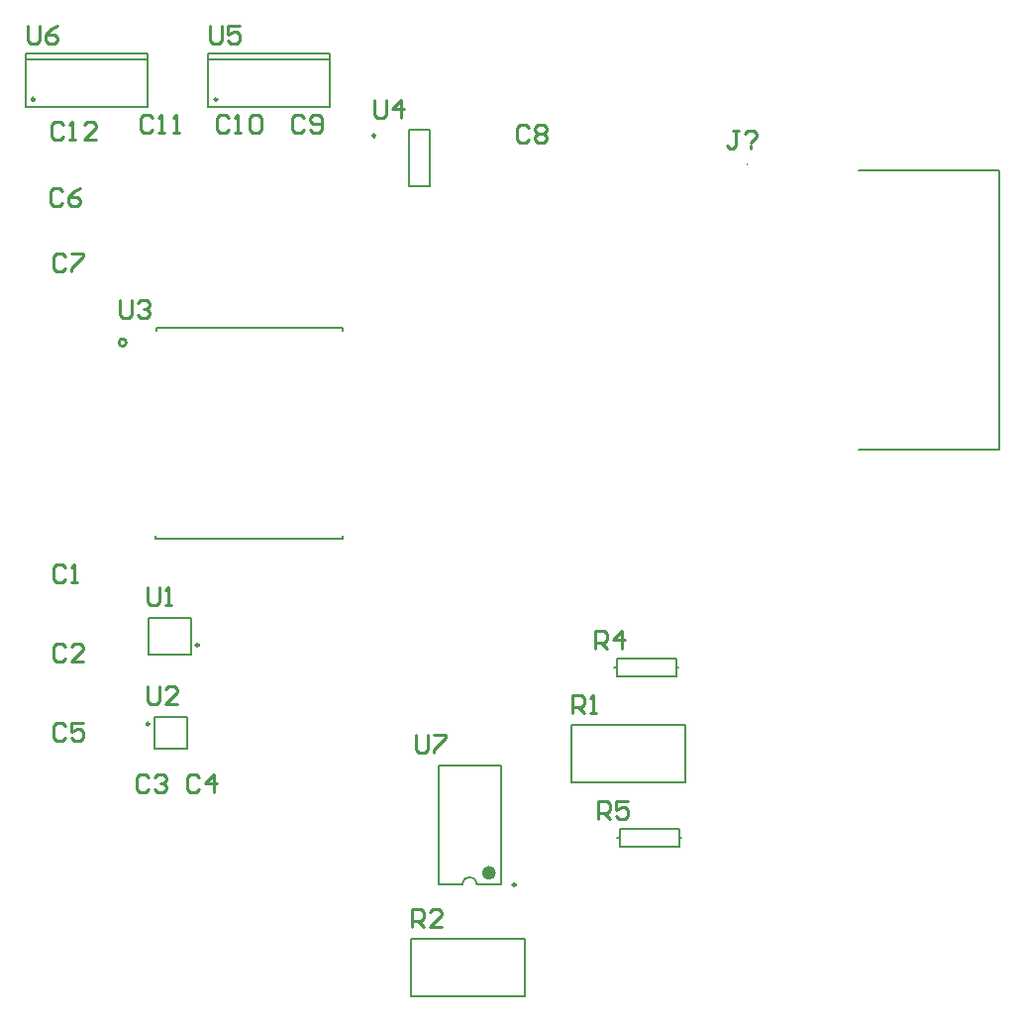
<source format=gto>
G04*
G04 #@! TF.GenerationSoftware,Altium Limited,Altium Designer,22.10.1 (41)*
G04*
G04 Layer_Color=65535*
%FSLAX44Y44*%
%MOMM*%
G71*
G04*
G04 #@! TF.SameCoordinates,BBA1CDE9-E941-4060-8147-212A69EDE18F*
G04*
G04*
G04 #@! TF.FilePolarity,Positive*
G04*
G01*
G75*
%ADD10C,0.1000*%
%ADD11C,0.2000*%
%ADD12C,0.2500*%
%ADD13C,0.6000*%
%ADD14C,0.2540*%
%ADD15C,0.1500*%
D10*
X703590Y742020D02*
G03*
X703590Y743020I0J500D01*
G01*
D02*
G03*
X703590Y742020I0J-500D01*
G01*
D11*
X472440Y126800D02*
G03*
X459740Y126800I-6350J0D01*
G01*
X798590Y737420D02*
X918590D01*
Y498620D02*
Y737420D01*
X798590Y498620D02*
X918590D01*
X415920Y31080D02*
X513720D01*
Y80680D01*
X415920D02*
X513720D01*
X415920Y31080D02*
Y80680D01*
X492590Y126800D02*
Y228800D01*
X439590Y126800D02*
Y228800D01*
X472440Y126800D02*
X492590D01*
X439590D02*
X459740D01*
X439590Y228800D02*
X492590D01*
X642620Y312420D02*
Y320040D01*
X591820D02*
X642620D01*
X591820Y304800D02*
Y320040D01*
Y304800D02*
X642620D01*
Y312420D01*
X589534D02*
X591820D01*
X642620D02*
X644906D01*
X594360Y158750D02*
Y166370D01*
Y158750D02*
X645160D01*
Y173990D01*
X594360D02*
X645160D01*
X594360Y166370D02*
Y173990D01*
X645160Y166370D02*
X647446D01*
X592074D02*
X594360D01*
X553080Y263610D02*
X650880D01*
X553080Y214010D02*
Y263610D01*
Y214010D02*
X650880D01*
Y263610D01*
X414120Y723530D02*
Y772530D01*
Y723530D02*
X431700D01*
Y772530D01*
X414120D02*
X431700D01*
X86430Y832490D02*
X190430D01*
X86430Y791490D02*
Y837490D01*
X86430Y791490D02*
X190430D01*
Y837490D01*
X86430D02*
X190430D01*
X242640Y832490D02*
X346640D01*
X242640Y791490D02*
Y837490D01*
X242640Y791490D02*
X346640D01*
Y837490D01*
X242640D02*
X346640D01*
X227800Y323340D02*
Y354840D01*
X191300D02*
X227800D01*
X191300Y323340D02*
Y354840D01*
Y323340D02*
X227800D01*
X197070Y242790D02*
Y270290D01*
Y242790D02*
X224570D01*
Y270290D01*
X197070D02*
X224570D01*
D12*
X505440Y126700D02*
G03*
X505440Y126700I-1250J0D01*
G01*
X385660Y767080D02*
G03*
X385660Y767080I-1250J0D01*
G01*
X94180Y797990D02*
G03*
X94180Y797990I-1250J0D01*
G01*
X250390D02*
G03*
X250390Y797990I-1250J0D01*
G01*
X234550Y331590D02*
G03*
X234550Y331590I-1250J0D01*
G01*
X192320Y264040D02*
G03*
X192320Y264040I-1250J0D01*
G01*
D13*
X485590Y136800D02*
G03*
X485590Y136800I-3000J0D01*
G01*
D14*
X172552Y590190D02*
G03*
X172552Y590190I-3162J0D01*
G01*
X419862Y254503D02*
Y241807D01*
X422401Y239268D01*
X427480D01*
X430019Y241807D01*
Y254503D01*
X435097D02*
X445254D01*
Y251964D01*
X435097Y241807D01*
Y239268D01*
X87884Y861309D02*
Y848613D01*
X90423Y846074D01*
X95501D01*
X98041Y848613D01*
Y861309D01*
X113276D02*
X108197Y858770D01*
X103119Y853691D01*
Y848613D01*
X105658Y846074D01*
X110737D01*
X113276Y848613D01*
Y851152D01*
X110737Y853691D01*
X103119D01*
X244094Y861309D02*
Y848613D01*
X246633Y846074D01*
X251712D01*
X254251Y848613D01*
Y861309D01*
X269486D02*
X259329D01*
Y853691D01*
X264407Y856231D01*
X266947D01*
X269486Y853691D01*
Y848613D01*
X266947Y846074D01*
X261868D01*
X259329Y848613D01*
X384556Y797301D02*
Y784605D01*
X387095Y782066D01*
X392174D01*
X394713Y784605D01*
Y797301D01*
X407409Y782066D02*
Y797301D01*
X399791Y789684D01*
X409948D01*
X167386Y626867D02*
Y614171D01*
X169925Y611632D01*
X175004D01*
X177543Y614171D01*
Y626867D01*
X182621Y624328D02*
X185160Y626867D01*
X190239D01*
X192778Y624328D01*
Y621789D01*
X190239Y619249D01*
X187699D01*
X190239D01*
X192778Y616710D01*
Y614171D01*
X190239Y611632D01*
X185160D01*
X182621Y614171D01*
X191008Y296159D02*
Y283463D01*
X193547Y280924D01*
X198626D01*
X201165Y283463D01*
Y296159D01*
X216400Y280924D02*
X206243D01*
X216400Y291081D01*
Y293620D01*
X213861Y296159D01*
X208782D01*
X206243Y293620D01*
X190500Y380995D02*
Y368299D01*
X193039Y365760D01*
X198118D01*
X200657Y368299D01*
Y380995D01*
X205735Y365760D02*
X210813D01*
X208274D01*
Y380995D01*
X205735Y378456D01*
X576072Y182626D02*
Y197861D01*
X583689D01*
X586229Y195322D01*
Y190243D01*
X583689Y187704D01*
X576072D01*
X581150D02*
X586229Y182626D01*
X601464Y197861D02*
X591307D01*
Y190243D01*
X596385Y192783D01*
X598925D01*
X601464Y190243D01*
Y185165D01*
X598925Y182626D01*
X593846D01*
X591307Y185165D01*
X573532Y328676D02*
Y343911D01*
X581149D01*
X583689Y341372D01*
Y336293D01*
X581149Y333754D01*
X573532D01*
X578610D02*
X583689Y328676D01*
X596385D02*
Y343911D01*
X588767Y336293D01*
X598924D01*
X416560Y90424D02*
Y105659D01*
X424178D01*
X426717Y103120D01*
Y98041D01*
X424178Y95502D01*
X416560D01*
X421638D02*
X426717Y90424D01*
X441952D02*
X431795D01*
X441952Y100581D01*
Y103120D01*
X439413Y105659D01*
X434334D01*
X431795Y103120D01*
X553720Y273304D02*
Y288539D01*
X561338D01*
X563877Y286000D01*
Y280921D01*
X561338Y278382D01*
X553720D01*
X558798D02*
X563877Y273304D01*
X568955D02*
X574033D01*
X571494D01*
Y288539D01*
X568955Y286000D01*
X696211Y770885D02*
X691132D01*
X693671D01*
Y758189D01*
X691132Y755650D01*
X688593D01*
X686054Y758189D01*
X701289Y768346D02*
X703828Y770885D01*
X708907D01*
X711446Y768346D01*
Y765807D01*
X706367Y760728D01*
Y758189D02*
Y755650D01*
X118361Y776474D02*
X115822Y779013D01*
X110743D01*
X108204Y776474D01*
Y766317D01*
X110743Y763778D01*
X115822D01*
X118361Y766317D01*
X123439Y763778D02*
X128517D01*
X125978D01*
Y779013D01*
X123439Y776474D01*
X146292Y763778D02*
X136135D01*
X146292Y773935D01*
Y776474D01*
X143752Y779013D01*
X138674D01*
X136135Y776474D01*
X195069Y782570D02*
X192530Y785109D01*
X187451D01*
X184912Y782570D01*
Y772413D01*
X187451Y769874D01*
X192530D01*
X195069Y772413D01*
X200147Y769874D02*
X205225D01*
X202686D01*
Y785109D01*
X200147Y782570D01*
X212843Y769874D02*
X217921D01*
X215382D01*
Y785109D01*
X212843Y782570D01*
X259839D02*
X257299Y785109D01*
X252221D01*
X249682Y782570D01*
Y772413D01*
X252221Y769874D01*
X257299D01*
X259839Y772413D01*
X264917Y769874D02*
X269995D01*
X267456D01*
Y785109D01*
X264917Y782570D01*
X277613D02*
X280152Y785109D01*
X285231D01*
X287770Y782570D01*
Y772413D01*
X285231Y769874D01*
X280152D01*
X277613Y772413D01*
Y782570D01*
X324609D02*
X322070Y785109D01*
X316991D01*
X314452Y782570D01*
Y772413D01*
X316991Y769874D01*
X322070D01*
X324609Y772413D01*
X329687D02*
X332226Y769874D01*
X337305D01*
X339844Y772413D01*
Y782570D01*
X337305Y785109D01*
X332226D01*
X329687Y782570D01*
Y780031D01*
X332226Y777492D01*
X339844D01*
X516379Y773680D02*
X513839Y776219D01*
X508761D01*
X506222Y773680D01*
Y763523D01*
X508761Y760984D01*
X513839D01*
X516379Y763523D01*
X521457Y773680D02*
X523996Y776219D01*
X529075D01*
X531614Y773680D01*
Y771141D01*
X529075Y768602D01*
X531614Y766062D01*
Y763523D01*
X529075Y760984D01*
X523996D01*
X521457Y763523D01*
Y766062D01*
X523996Y768602D01*
X521457Y771141D01*
Y773680D01*
X523996Y768602D02*
X529075D01*
X120139Y663444D02*
X117599Y665983D01*
X112521D01*
X109982Y663444D01*
Y653287D01*
X112521Y650748D01*
X117599D01*
X120139Y653287D01*
X125217Y665983D02*
X135374D01*
Y663444D01*
X125217Y653287D01*
Y650748D01*
X118213Y719959D02*
X115674Y722498D01*
X110595D01*
X108056Y719959D01*
Y709802D01*
X110595Y707263D01*
X115674D01*
X118213Y709802D01*
X133448Y722498D02*
X128369Y719959D01*
X123291Y714881D01*
Y709802D01*
X125830Y707263D01*
X130909D01*
X133448Y709802D01*
Y712341D01*
X130909Y714881D01*
X123291D01*
X120393Y262124D02*
X117853Y264663D01*
X112775D01*
X110236Y262124D01*
Y251967D01*
X112775Y249428D01*
X117853D01*
X120393Y251967D01*
X135628Y264663D02*
X125471D01*
Y257045D01*
X130549Y259585D01*
X133089D01*
X135628Y257045D01*
Y251967D01*
X133089Y249428D01*
X128010D01*
X125471Y251967D01*
X234439Y218690D02*
X231900Y221229D01*
X226821D01*
X224282Y218690D01*
Y208533D01*
X226821Y205994D01*
X231900D01*
X234439Y208533D01*
X247135Y205994D02*
Y221229D01*
X239517Y213612D01*
X249674D01*
X191259Y218690D02*
X188720Y221229D01*
X183641D01*
X181102Y218690D01*
Y208533D01*
X183641Y205994D01*
X188720D01*
X191259Y208533D01*
X196337Y218690D02*
X198876Y221229D01*
X203955D01*
X206494Y218690D01*
Y216151D01*
X203955Y213612D01*
X201415D01*
X203955D01*
X206494Y211072D01*
Y208533D01*
X203955Y205994D01*
X198876D01*
X196337Y208533D01*
X120393Y330069D02*
X117853Y332608D01*
X112775D01*
X110236Y330069D01*
Y319912D01*
X112775Y317373D01*
X117853D01*
X120393Y319912D01*
X135628Y317373D02*
X125471D01*
X135628Y327530D01*
Y330069D01*
X133089Y332608D01*
X128010D01*
X125471Y330069D01*
X120393Y398014D02*
X117853Y400553D01*
X112775D01*
X110236Y398014D01*
Y387857D01*
X112775Y385318D01*
X117853D01*
X120393Y387857D01*
X125471Y385318D02*
X130549D01*
X128010D01*
Y400553D01*
X125471Y398014D01*
D15*
X198390Y603190D02*
X357390D01*
X197390Y422190D02*
X357390D01*
X197390D02*
Y425075D01*
X357390Y422190D02*
Y424919D01*
Y600565D02*
Y603190D01*
X198390Y600440D02*
Y603190D01*
M02*

</source>
